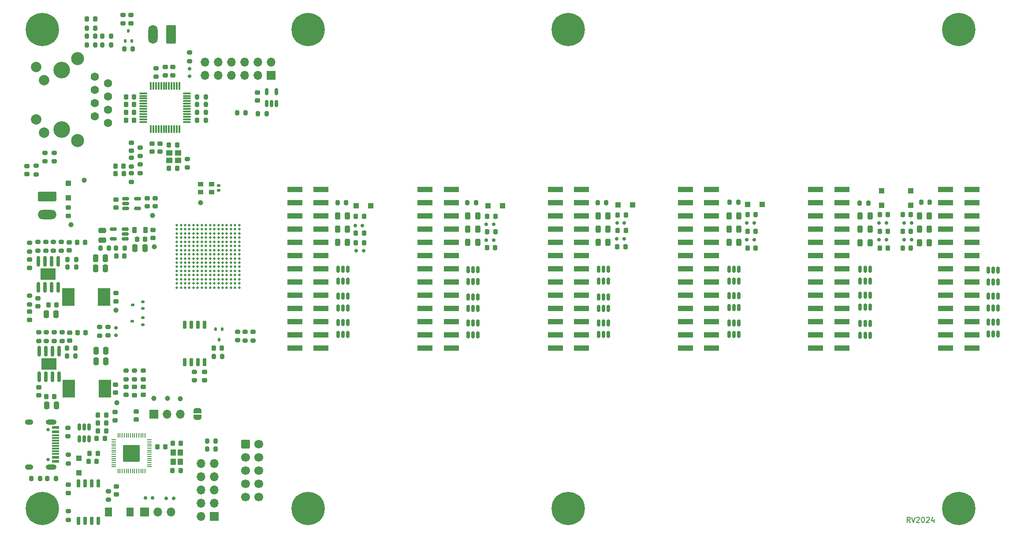
<source format=gts>
G04 #@! TF.GenerationSoftware,KiCad,Pcbnew,8.0.4*
G04 #@! TF.CreationDate,2024-08-31T21:54:03+03:00*
G04 #@! TF.ProjectId,rioctrl-controller,72696f63-7472-46c2-9d63-6f6e74726f6c,rev?*
G04 #@! TF.SameCoordinates,Original*
G04 #@! TF.FileFunction,Soldermask,Top*
G04 #@! TF.FilePolarity,Negative*
%FSLAX46Y46*%
G04 Gerber Fmt 4.6, Leading zero omitted, Abs format (unit mm)*
G04 Created by KiCad (PCBNEW 8.0.4) date 2024-08-31 21:54:03*
%MOMM*%
%LPD*%
G01*
G04 APERTURE LIST*
G04 Aperture macros list*
%AMRoundRect*
0 Rectangle with rounded corners*
0 $1 Rounding radius*
0 $2 $3 $4 $5 $6 $7 $8 $9 X,Y pos of 4 corners*
0 Add a 4 corners polygon primitive as box body*
4,1,4,$2,$3,$4,$5,$6,$7,$8,$9,$2,$3,0*
0 Add four circle primitives for the rounded corners*
1,1,$1+$1,$2,$3*
1,1,$1+$1,$4,$5*
1,1,$1+$1,$6,$7*
1,1,$1+$1,$8,$9*
0 Add four rect primitives between the rounded corners*
20,1,$1+$1,$2,$3,$4,$5,0*
20,1,$1+$1,$4,$5,$6,$7,0*
20,1,$1+$1,$6,$7,$8,$9,0*
20,1,$1+$1,$8,$9,$2,$3,0*%
%AMFreePoly0*
4,1,19,0.500000,-0.750000,0.000000,-0.750000,0.000000,-0.744911,-0.071157,-0.744911,-0.207708,-0.704816,-0.327430,-0.627875,-0.420627,-0.520320,-0.479746,-0.390866,-0.500000,-0.250000,-0.500000,0.250000,-0.479746,0.390866,-0.420627,0.520320,-0.327430,0.627875,-0.207708,0.704816,-0.071157,0.744911,0.000000,0.744911,0.000000,0.750000,0.500000,0.750000,0.500000,-0.750000,0.500000,-0.750000,
$1*%
%AMFreePoly1*
4,1,19,0.000000,0.744911,0.071157,0.744911,0.207708,0.704816,0.327430,0.627875,0.420627,0.520320,0.479746,0.390866,0.500000,0.250000,0.500000,-0.250000,0.479746,-0.390866,0.420627,-0.520320,0.327430,-0.627875,0.207708,-0.704816,0.071157,-0.744911,0.000000,-0.744911,0.000000,-0.750000,-0.500000,-0.750000,-0.500000,0.750000,0.000000,0.750000,0.000000,0.744911,0.000000,0.744911,
$1*%
G04 Aperture macros list end*
%ADD10C,0.200000*%
%ADD11RoundRect,0.225000X0.225000X0.250000X-0.225000X0.250000X-0.225000X-0.250000X0.225000X-0.250000X0*%
%ADD12RoundRect,0.200000X0.200000X0.275000X-0.200000X0.275000X-0.200000X-0.275000X0.200000X-0.275000X0*%
%ADD13RoundRect,0.200000X-0.200000X-0.275000X0.200000X-0.275000X0.200000X0.275000X-0.200000X0.275000X0*%
%ADD14RoundRect,0.218750X0.218750X0.256250X-0.218750X0.256250X-0.218750X-0.256250X0.218750X-0.256250X0*%
%ADD15RoundRect,0.150000X-0.150000X-0.200000X0.150000X-0.200000X0.150000X0.200000X-0.150000X0.200000X0*%
%ADD16RoundRect,0.250000X0.300000X-0.300000X0.300000X0.300000X-0.300000X0.300000X-0.300000X-0.300000X0*%
%ADD17RoundRect,0.250000X0.250000X0.475000X-0.250000X0.475000X-0.250000X-0.475000X0.250000X-0.475000X0*%
%ADD18R,3.000000X1.000000*%
%ADD19RoundRect,0.243750X0.243750X0.456250X-0.243750X0.456250X-0.243750X-0.456250X0.243750X-0.456250X0*%
%ADD20RoundRect,0.050000X0.050000X-0.387500X0.050000X0.387500X-0.050000X0.387500X-0.050000X-0.387500X0*%
%ADD21RoundRect,0.050000X0.387500X-0.050000X0.387500X0.050000X-0.387500X0.050000X-0.387500X-0.050000X0*%
%ADD22RoundRect,0.144000X1.456000X-1.456000X1.456000X1.456000X-1.456000X1.456000X-1.456000X-1.456000X0*%
%ADD23C,1.000000*%
%ADD24RoundRect,0.150000X-0.150000X0.512500X-0.150000X-0.512500X0.150000X-0.512500X0.150000X0.512500X0*%
%ADD25RoundRect,0.150000X0.150000X-0.512500X0.150000X0.512500X-0.150000X0.512500X-0.150000X-0.512500X0*%
%ADD26RoundRect,0.200000X0.275000X-0.200000X0.275000X0.200000X-0.275000X0.200000X-0.275000X-0.200000X0*%
%ADD27RoundRect,0.200000X-0.275000X0.200000X-0.275000X-0.200000X0.275000X-0.200000X0.275000X0.200000X0*%
%ADD28RoundRect,0.225000X-0.225000X-0.250000X0.225000X-0.250000X0.225000X0.250000X-0.225000X0.250000X0*%
%ADD29RoundRect,0.243750X-0.243750X-0.456250X0.243750X-0.456250X0.243750X0.456250X-0.243750X0.456250X0*%
%ADD30RoundRect,0.218750X-0.218750X-0.256250X0.218750X-0.256250X0.218750X0.256250X-0.218750X0.256250X0*%
%ADD31RoundRect,0.225000X-0.250000X0.225000X-0.250000X-0.225000X0.250000X-0.225000X0.250000X0.225000X0*%
%ADD32RoundRect,0.150000X0.200000X-0.150000X0.200000X0.150000X-0.200000X0.150000X-0.200000X-0.150000X0*%
%ADD33RoundRect,0.250000X-0.300000X-0.300000X0.300000X-0.300000X0.300000X0.300000X-0.300000X0.300000X0*%
%ADD34RoundRect,0.225000X0.250000X-0.225000X0.250000X0.225000X-0.250000X0.225000X-0.250000X-0.225000X0*%
%ADD35RoundRect,0.150000X-0.200000X0.150000X-0.200000X-0.150000X0.200000X-0.150000X0.200000X0.150000X0*%
%ADD36RoundRect,0.218750X-0.256250X0.218750X-0.256250X-0.218750X0.256250X-0.218750X0.256250X0.218750X0*%
%ADD37RoundRect,0.150000X0.150000X-0.825000X0.150000X0.825000X-0.150000X0.825000X-0.150000X-0.825000X0*%
%ADD38R,3.000000X2.290000*%
%ADD39R,1.350000X1.800000*%
%ADD40C,0.800000*%
%ADD41C,6.400000*%
%ADD42RoundRect,0.218750X0.256250X-0.218750X0.256250X0.218750X-0.256250X0.218750X-0.256250X-0.218750X0*%
%ADD43R,1.700000X1.700000*%
%ADD44O,1.700000X1.700000*%
%ADD45RoundRect,0.150000X0.150000X0.200000X-0.150000X0.200000X-0.150000X-0.200000X0.150000X-0.200000X0*%
%ADD46RoundRect,0.075000X-0.075000X0.662500X-0.075000X-0.662500X0.075000X-0.662500X0.075000X0.662500X0*%
%ADD47RoundRect,0.075000X-0.662500X0.075000X-0.662500X-0.075000X0.662500X-0.075000X0.662500X0.075000X0*%
%ADD48RoundRect,0.150000X0.512500X0.150000X-0.512500X0.150000X-0.512500X-0.150000X0.512500X-0.150000X0*%
%ADD49RoundRect,0.250000X-0.600000X-0.600000X0.600000X-0.600000X0.600000X0.600000X-0.600000X0.600000X0*%
%ADD50C,1.700000*%
%ADD51C,0.650000*%
%ADD52R,1.450000X0.600000*%
%ADD53R,1.450000X0.300000*%
%ADD54O,2.100000X1.000000*%
%ADD55O,1.600000X1.000000*%
%ADD56RoundRect,0.250000X-0.250000X-0.475000X0.250000X-0.475000X0.250000X0.475000X-0.250000X0.475000X0*%
%ADD57RoundRect,0.140000X0.170000X-0.140000X0.170000X0.140000X-0.170000X0.140000X-0.170000X-0.140000X0*%
%ADD58RoundRect,0.218750X-0.218750X-0.381250X0.218750X-0.381250X0.218750X0.381250X-0.218750X0.381250X0*%
%ADD59C,3.200000*%
%ADD60C,1.600000*%
%ADD61C,2.500000*%
%ADD62C,2.000000*%
%ADD63RoundRect,0.112500X0.112500X0.237500X-0.112500X0.237500X-0.112500X-0.237500X0.112500X-0.237500X0*%
%ADD64RoundRect,0.250000X-0.475000X0.250000X-0.475000X-0.250000X0.475000X-0.250000X0.475000X0.250000X0*%
%ADD65R,2.400000X3.500000*%
%ADD66RoundRect,0.150000X-0.512500X-0.150000X0.512500X-0.150000X0.512500X0.150000X-0.512500X0.150000X0*%
%ADD67RoundRect,0.150000X0.150000X-0.650000X0.150000X0.650000X-0.150000X0.650000X-0.150000X-0.650000X0*%
%ADD68RoundRect,0.112500X0.237500X-0.112500X0.237500X0.112500X-0.237500X0.112500X-0.237500X-0.112500X0*%
%ADD69R,1.000000X0.900000*%
%ADD70RoundRect,0.150000X-0.150000X0.650000X-0.150000X-0.650000X0.150000X-0.650000X0.150000X0.650000X0*%
%ADD71R,1.150000X1.000000*%
%ADD72RoundRect,0.250000X0.650000X1.550000X-0.650000X1.550000X-0.650000X-1.550000X0.650000X-1.550000X0*%
%ADD73O,1.800000X3.600000*%
%ADD74FreePoly0,270.000000*%
%ADD75FreePoly1,270.000000*%
%ADD76C,0.470000*%
%ADD77RoundRect,0.112500X-0.112500X-0.237500X0.112500X-0.237500X0.112500X0.237500X-0.112500X0.237500X0*%
%ADD78RoundRect,0.250000X-1.550000X0.650000X-1.550000X-0.650000X1.550000X-0.650000X1.550000X0.650000X0*%
%ADD79O,3.600000X1.800000*%
%ADD80R,1.000000X1.150000*%
G04 APERTURE END LIST*
D10*
X228641101Y-137717219D02*
X228307768Y-137241028D01*
X228069673Y-137717219D02*
X228069673Y-136717219D01*
X228069673Y-136717219D02*
X228450625Y-136717219D01*
X228450625Y-136717219D02*
X228545863Y-136764838D01*
X228545863Y-136764838D02*
X228593482Y-136812457D01*
X228593482Y-136812457D02*
X228641101Y-136907695D01*
X228641101Y-136907695D02*
X228641101Y-137050552D01*
X228641101Y-137050552D02*
X228593482Y-137145790D01*
X228593482Y-137145790D02*
X228545863Y-137193409D01*
X228545863Y-137193409D02*
X228450625Y-137241028D01*
X228450625Y-137241028D02*
X228069673Y-137241028D01*
X228926816Y-136717219D02*
X229260149Y-137717219D01*
X229260149Y-137717219D02*
X229593482Y-136717219D01*
X229879197Y-136812457D02*
X229926816Y-136764838D01*
X229926816Y-136764838D02*
X230022054Y-136717219D01*
X230022054Y-136717219D02*
X230260149Y-136717219D01*
X230260149Y-136717219D02*
X230355387Y-136764838D01*
X230355387Y-136764838D02*
X230403006Y-136812457D01*
X230403006Y-136812457D02*
X230450625Y-136907695D01*
X230450625Y-136907695D02*
X230450625Y-137002933D01*
X230450625Y-137002933D02*
X230403006Y-137145790D01*
X230403006Y-137145790D02*
X229831578Y-137717219D01*
X229831578Y-137717219D02*
X230450625Y-137717219D01*
X231069673Y-136717219D02*
X231164911Y-136717219D01*
X231164911Y-136717219D02*
X231260149Y-136764838D01*
X231260149Y-136764838D02*
X231307768Y-136812457D01*
X231307768Y-136812457D02*
X231355387Y-136907695D01*
X231355387Y-136907695D02*
X231403006Y-137098171D01*
X231403006Y-137098171D02*
X231403006Y-137336266D01*
X231403006Y-137336266D02*
X231355387Y-137526742D01*
X231355387Y-137526742D02*
X231307768Y-137621980D01*
X231307768Y-137621980D02*
X231260149Y-137669600D01*
X231260149Y-137669600D02*
X231164911Y-137717219D01*
X231164911Y-137717219D02*
X231069673Y-137717219D01*
X231069673Y-137717219D02*
X230974435Y-137669600D01*
X230974435Y-137669600D02*
X230926816Y-137621980D01*
X230926816Y-137621980D02*
X230879197Y-137526742D01*
X230879197Y-137526742D02*
X230831578Y-137336266D01*
X230831578Y-137336266D02*
X230831578Y-137098171D01*
X230831578Y-137098171D02*
X230879197Y-136907695D01*
X230879197Y-136907695D02*
X230926816Y-136812457D01*
X230926816Y-136812457D02*
X230974435Y-136764838D01*
X230974435Y-136764838D02*
X231069673Y-136717219D01*
X231783959Y-136812457D02*
X231831578Y-136764838D01*
X231831578Y-136764838D02*
X231926816Y-136717219D01*
X231926816Y-136717219D02*
X232164911Y-136717219D01*
X232164911Y-136717219D02*
X232260149Y-136764838D01*
X232260149Y-136764838D02*
X232307768Y-136812457D01*
X232307768Y-136812457D02*
X232355387Y-136907695D01*
X232355387Y-136907695D02*
X232355387Y-137002933D01*
X232355387Y-137002933D02*
X232307768Y-137145790D01*
X232307768Y-137145790D02*
X231736340Y-137717219D01*
X231736340Y-137717219D02*
X232355387Y-137717219D01*
X233212530Y-137050552D02*
X233212530Y-137717219D01*
X232974435Y-136669600D02*
X232736340Y-137383885D01*
X232736340Y-137383885D02*
X233355387Y-137383885D01*
D11*
G04 #@! TO.C,C41*
X79576295Y-58935000D03*
X78026295Y-58935000D03*
G04 #@! TD*
G04 #@! TO.C,C25*
X72425000Y-125950000D03*
X70875000Y-125950000D03*
G04 #@! TD*
D12*
G04 #@! TO.C,R22*
X61525000Y-129300000D03*
X59875000Y-129300000D03*
G04 #@! TD*
D13*
G04 #@! TO.C,R41*
X70505000Y-42750000D03*
X72155000Y-42750000D03*
G04 #@! TD*
D14*
G04 #@! TO.C,D11*
X96437500Y-104200000D03*
X94862500Y-104200000D03*
G04 #@! TD*
D13*
G04 #@! TO.C,R23*
X62925000Y-129300000D03*
X64575000Y-129300000D03*
G04 #@! TD*
D15*
G04 #@! TO.C,D6*
X83150000Y-133050000D03*
X81750000Y-133050000D03*
G04 #@! TD*
D16*
G04 #@! TO.C,D27*
X223200000Y-76800000D03*
X223200000Y-74000000D03*
G04 #@! TD*
D17*
G04 #@! TO.C,C11*
X81662500Y-85037500D03*
X79762500Y-85037500D03*
G04 #@! TD*
D18*
G04 #@! TO.C,J14*
X210480000Y-104240000D03*
X215520000Y-104240000D03*
X210480000Y-101700000D03*
X215520000Y-101700000D03*
X210480000Y-99160000D03*
X215520000Y-99160000D03*
X210480000Y-96620000D03*
X215520000Y-96620000D03*
X210480000Y-94080000D03*
X215520000Y-94080000D03*
X210480000Y-91540000D03*
X215520000Y-91540000D03*
X210480000Y-89000000D03*
X215520000Y-89000000D03*
X210480000Y-86460000D03*
X215520000Y-86460000D03*
X210480000Y-83920000D03*
X215520000Y-83920000D03*
X210480000Y-81380000D03*
X215520000Y-81380000D03*
X210480000Y-78840000D03*
X215520000Y-78840000D03*
X210480000Y-76300000D03*
X215520000Y-76300000D03*
X210480000Y-73760000D03*
X215520000Y-73760000D03*
G04 #@! TD*
D19*
G04 #@! TO.C,F4*
X145587500Y-83900000D03*
X143712500Y-83900000D03*
G04 #@! TD*
D20*
G04 #@! TO.C,U7*
X76500000Y-127875000D03*
X76900000Y-127875000D03*
X77300000Y-127875000D03*
X77700000Y-127875000D03*
X78100000Y-127875000D03*
X78500000Y-127875000D03*
X78900000Y-127875000D03*
X79300000Y-127875000D03*
X79700000Y-127875000D03*
X80100000Y-127875000D03*
X80500000Y-127875000D03*
X80900000Y-127875000D03*
X81300000Y-127875000D03*
X81700000Y-127875000D03*
D21*
X82537500Y-127037500D03*
X82537500Y-126637500D03*
X82537500Y-126237500D03*
X82537500Y-125837500D03*
X82537500Y-125437500D03*
X82537500Y-125037500D03*
X82537500Y-124637500D03*
X82537500Y-124237500D03*
X82537500Y-123837500D03*
X82537500Y-123437500D03*
X82537500Y-123037500D03*
X82537500Y-122637500D03*
X82537500Y-122237500D03*
X82537500Y-121837500D03*
D20*
X81700000Y-121000000D03*
X81300000Y-121000000D03*
X80900000Y-121000000D03*
X80500000Y-121000000D03*
X80100000Y-121000000D03*
X79700000Y-121000000D03*
X79300000Y-121000000D03*
X78900000Y-121000000D03*
X78500000Y-121000000D03*
X78100000Y-121000000D03*
X77700000Y-121000000D03*
X77300000Y-121000000D03*
X76900000Y-121000000D03*
X76500000Y-121000000D03*
D21*
X75662500Y-121837500D03*
X75662500Y-122237500D03*
X75662500Y-122637500D03*
X75662500Y-123037500D03*
X75662500Y-123437500D03*
X75662500Y-123837500D03*
X75662500Y-124237500D03*
X75662500Y-124637500D03*
X75662500Y-125037500D03*
X75662500Y-125437500D03*
X75662500Y-125837500D03*
X75662500Y-126237500D03*
X75662500Y-126637500D03*
X75662500Y-127037500D03*
D22*
X79100000Y-124437500D03*
G04 #@! TD*
D23*
G04 #@! TO.C,TP8*
X83400000Y-113850000D03*
G04 #@! TD*
D24*
G04 #@! TO.C,U6*
X70950000Y-119412500D03*
X70000000Y-119412500D03*
X69050000Y-119412500D03*
X69050000Y-121687500D03*
X70000000Y-121687500D03*
X70950000Y-121687500D03*
G04 #@! TD*
D12*
G04 #@! TO.C,R61*
X220625000Y-76400000D03*
X218975000Y-76400000D03*
G04 #@! TD*
D25*
G04 #@! TO.C,U27*
X118750000Y-101587500D03*
X119700000Y-101587500D03*
X120650000Y-101587500D03*
X120650000Y-99312500D03*
X119700000Y-99312500D03*
X118750000Y-99312500D03*
G04 #@! TD*
G04 #@! TO.C,U21*
X193850000Y-101637500D03*
X194800000Y-101637500D03*
X195750000Y-101637500D03*
X195750000Y-99362500D03*
X194800000Y-99362500D03*
X193850000Y-99362500D03*
G04 #@! TD*
D18*
G04 #@! TO.C,J11*
X135480000Y-104240000D03*
X140520000Y-104240000D03*
X135480000Y-101700000D03*
X140520000Y-101700000D03*
X135480000Y-99160000D03*
X140520000Y-99160000D03*
X135480000Y-96620000D03*
X140520000Y-96620000D03*
X135480000Y-94080000D03*
X140520000Y-94080000D03*
X135480000Y-91540000D03*
X140520000Y-91540000D03*
X135480000Y-89000000D03*
X140520000Y-89000000D03*
X135480000Y-86460000D03*
X140520000Y-86460000D03*
X135480000Y-83920000D03*
X140520000Y-83920000D03*
X135480000Y-81380000D03*
X140520000Y-81380000D03*
X135480000Y-78840000D03*
X140520000Y-78840000D03*
X135480000Y-76300000D03*
X140520000Y-76300000D03*
X135480000Y-73760000D03*
X140520000Y-73760000D03*
G04 #@! TD*
D19*
G04 #@! TO.C,F13*
X220937500Y-84000000D03*
X219062500Y-84000000D03*
G04 #@! TD*
D26*
G04 #@! TO.C,R46*
X99450000Y-102725000D03*
X99450000Y-101075000D03*
G04 #@! TD*
D27*
G04 #@! TO.C,R42*
X79051295Y-67650000D03*
X79051295Y-69300000D03*
G04 #@! TD*
D19*
G04 #@! TO.C,F14*
X220937500Y-78800000D03*
X219062500Y-78800000D03*
G04 #@! TD*
D26*
G04 #@! TO.C,R3*
X61250000Y-102825000D03*
X61250000Y-101175000D03*
G04 #@! TD*
D28*
G04 #@! TO.C,C23*
X87000000Y-122525000D03*
X88550000Y-122525000D03*
G04 #@! TD*
D23*
G04 #@! TO.C,TP5*
X67500000Y-80500000D03*
G04 #@! TD*
D29*
G04 #@! TO.C,F9*
X168712500Y-81400000D03*
X170587500Y-81400000D03*
G04 #@! TD*
D25*
G04 #@! TO.C,U26*
X219050000Y-91337500D03*
X220000000Y-91337500D03*
X220950000Y-91337500D03*
X220950000Y-89062500D03*
X220000000Y-89062500D03*
X219050000Y-89062500D03*
G04 #@! TD*
D12*
G04 #@! TO.C,R10*
X77787500Y-85037500D03*
X76137500Y-85037500D03*
G04 #@! TD*
D25*
G04 #@! TO.C,U28*
X243650000Y-96537500D03*
X244600000Y-96537500D03*
X245550000Y-96537500D03*
X245550000Y-94262500D03*
X244600000Y-94262500D03*
X243650000Y-94262500D03*
G04 #@! TD*
D12*
G04 #@! TO.C,R14*
X68325000Y-105750000D03*
X66675000Y-105750000D03*
G04 #@! TD*
D26*
G04 #@! TO.C,R27*
X74550000Y-101775000D03*
X74550000Y-100125000D03*
G04 #@! TD*
D14*
G04 #@! TO.C,FB17*
X198987500Y-85000000D03*
X197412500Y-85000000D03*
G04 #@! TD*
D30*
G04 #@! TO.C,FB6*
X72662500Y-117100000D03*
X74237500Y-117100000D03*
G04 #@! TD*
D31*
G04 #@! TO.C,C36*
X83051295Y-64910000D03*
X83051295Y-66460000D03*
G04 #@! TD*
D30*
G04 #@! TO.C,FB24*
X227212500Y-78600000D03*
X228787500Y-78600000D03*
G04 #@! TD*
D18*
G04 #@! TO.C,J12*
X160480000Y-104240000D03*
X165520000Y-104240000D03*
X160480000Y-101700000D03*
X165520000Y-101700000D03*
X160480000Y-99160000D03*
X165520000Y-99160000D03*
X160480000Y-96620000D03*
X165520000Y-96620000D03*
X160480000Y-94080000D03*
X165520000Y-94080000D03*
X160480000Y-91540000D03*
X165520000Y-91540000D03*
X160480000Y-89000000D03*
X165520000Y-89000000D03*
X160480000Y-86460000D03*
X165520000Y-86460000D03*
X160480000Y-83920000D03*
X165520000Y-83920000D03*
X160480000Y-81380000D03*
X165520000Y-81380000D03*
X160480000Y-78840000D03*
X165520000Y-78840000D03*
X160480000Y-76300000D03*
X165520000Y-76300000D03*
X160480000Y-73760000D03*
X165520000Y-73760000D03*
G04 #@! TD*
D32*
G04 #@! TO.C,D8*
X76100000Y-100350000D03*
X76100000Y-101750000D03*
G04 #@! TD*
D26*
G04 #@! TO.C,R18*
X79700000Y-110225000D03*
X79700000Y-108575000D03*
G04 #@! TD*
D33*
G04 #@! TO.C,D13*
X122250000Y-76900000D03*
X125050000Y-76900000D03*
G04 #@! TD*
D34*
G04 #@! TO.C,C29*
X75950000Y-118075000D03*
X75950000Y-116525000D03*
G04 #@! TD*
D15*
G04 #@! TO.C,D7*
X87200000Y-133100000D03*
X85800000Y-133100000D03*
G04 #@! TD*
D23*
G04 #@! TO.C,TP2*
X76250000Y-114750000D03*
G04 #@! TD*
D12*
G04 #@! TO.C,R58*
X145275000Y-76300000D03*
X143625000Y-76300000D03*
G04 #@! TD*
D25*
G04 #@! TO.C,U15*
X143737500Y-101687500D03*
X144687500Y-101687500D03*
X145637500Y-101687500D03*
X145637500Y-99412500D03*
X144687500Y-99412500D03*
X143737500Y-99412500D03*
G04 #@! TD*
D35*
G04 #@! TO.C,D16*
X90250000Y-51950000D03*
X90250000Y-50550000D03*
G04 #@! TD*
D15*
G04 #@! TO.C,D32*
X228900000Y-80200000D03*
X227500000Y-80200000D03*
G04 #@! TD*
D16*
G04 #@! TO.C,D9*
X69000000Y-128150000D03*
X69000000Y-125350000D03*
G04 #@! TD*
D25*
G04 #@! TO.C,U12*
X118750000Y-96487500D03*
X119700000Y-96487500D03*
X120650000Y-96487500D03*
X120650000Y-94212500D03*
X119700000Y-94212500D03*
X118750000Y-94212500D03*
G04 #@! TD*
D13*
G04 #@! TO.C,R40*
X70505000Y-44250000D03*
X72155000Y-44250000D03*
G04 #@! TD*
D15*
G04 #@! TO.C,D19*
X148650000Y-83450000D03*
X147250000Y-83450000D03*
G04 #@! TD*
D12*
G04 #@! TO.C,R59*
X170275000Y-76300000D03*
X168625000Y-76300000D03*
G04 #@! TD*
D27*
G04 #@! TO.C,R4*
X62620000Y-83850000D03*
X62620000Y-85500000D03*
G04 #@! TD*
D34*
G04 #@! TO.C,C42*
X103250000Y-56675000D03*
X103250000Y-55125000D03*
G04 #@! TD*
G04 #@! TO.C,C32*
X80000000Y-117975000D03*
X80000000Y-116425000D03*
G04 #@! TD*
D16*
G04 #@! TO.C,D30*
X228800000Y-76800000D03*
X228800000Y-74000000D03*
G04 #@! TD*
D12*
G04 #@! TO.C,R32*
X93376295Y-60435000D03*
X91726295Y-60435000D03*
G04 #@! TD*
D36*
G04 #@! TO.C,D3*
X79700000Y-111672500D03*
X79700000Y-113247500D03*
G04 #@! TD*
D37*
G04 #@! TO.C,U2*
X61190000Y-92500000D03*
X62460000Y-92500000D03*
X63730000Y-92500000D03*
X65000000Y-92500000D03*
X65000000Y-87550000D03*
X63730000Y-87550000D03*
X62460000Y-87550000D03*
X61190000Y-87550000D03*
D38*
X63095000Y-90025000D03*
G04 #@! TD*
D28*
G04 #@! TO.C,C4*
X63120000Y-95925000D03*
X64670000Y-95925000D03*
G04 #@! TD*
D17*
G04 #@! TO.C,C15*
X74095000Y-88925000D03*
X72195000Y-88925000D03*
G04 #@! TD*
D29*
G04 #@! TO.C,F15*
X219062500Y-81400000D03*
X220937500Y-81400000D03*
G04 #@! TD*
D19*
G04 #@! TO.C,F1*
X120537500Y-83900000D03*
X118662500Y-83900000D03*
G04 #@! TD*
D25*
G04 #@! TO.C,U17*
X143750000Y-91437500D03*
X144700000Y-91437500D03*
X145650000Y-91437500D03*
X145650000Y-89162500D03*
X144700000Y-89162500D03*
X143750000Y-89162500D03*
G04 #@! TD*
G04 #@! TO.C,U11*
X243650000Y-101537500D03*
X244600000Y-101537500D03*
X245550000Y-101537500D03*
X245550000Y-99262500D03*
X244600000Y-99262500D03*
X243650000Y-99262500D03*
G04 #@! TD*
D39*
G04 #@! TO.C,SW1*
X78850000Y-135750000D03*
X74700000Y-135750000D03*
G04 #@! TD*
D29*
G04 #@! TO.C,F6*
X143712500Y-81400000D03*
X145587500Y-81400000D03*
G04 #@! TD*
D11*
G04 #@! TO.C,C33*
X87851295Y-69685000D03*
X86301295Y-69685000D03*
G04 #@! TD*
D31*
G04 #@! TO.C,C31*
X76200000Y-130775000D03*
X76200000Y-132325000D03*
G04 #@! TD*
D27*
G04 #@! TO.C,R6*
X62750000Y-101175000D03*
X62750000Y-102825000D03*
G04 #@! TD*
D26*
G04 #@! TO.C,R5*
X64120000Y-85500000D03*
X64120000Y-83850000D03*
G04 #@! TD*
D27*
G04 #@! TO.C,R52*
X59500000Y-94175000D03*
X59500000Y-95825000D03*
G04 #@! TD*
D12*
G04 #@! TO.C,R51*
X96525000Y-105800000D03*
X94875000Y-105800000D03*
G04 #@! TD*
D26*
G04 #@! TO.C,R28*
X81330000Y-110227500D03*
X81330000Y-108577500D03*
G04 #@! TD*
D36*
G04 #@! TO.C,FB3*
X76000000Y-111212500D03*
X76000000Y-112787500D03*
G04 #@! TD*
D33*
G04 #@! TO.C,D24*
X197400000Y-76600000D03*
X200200000Y-76600000D03*
G04 #@! TD*
D12*
G04 #@! TO.C,R36*
X75150000Y-46000000D03*
X73500000Y-46000000D03*
G04 #@! TD*
D11*
G04 #@! TO.C,C10*
X77737500Y-86537500D03*
X76187500Y-86537500D03*
G04 #@! TD*
G04 #@! TO.C,C28*
X74225000Y-120100000D03*
X72675000Y-120100000D03*
G04 #@! TD*
D12*
G04 #@! TO.C,R60*
X195625000Y-76200000D03*
X193975000Y-76200000D03*
G04 #@! TD*
D40*
G04 #@! TO.C,H7*
X163000000Y-137400000D03*
X161302944Y-136697056D03*
X164697056Y-136697056D03*
X160600000Y-135000000D03*
D41*
X163000000Y-135000000D03*
D40*
X165400000Y-135000000D03*
X161302944Y-133302944D03*
X164697056Y-133302944D03*
X163000000Y-132600000D03*
G04 #@! TD*
D42*
G04 #@! TO.C,D17*
X79000000Y-41787500D03*
X79000000Y-40212500D03*
G04 #@! TD*
D31*
G04 #@! TO.C,C21*
X66950000Y-130500000D03*
X66950000Y-132050000D03*
G04 #@! TD*
D36*
G04 #@! TO.C,FB5*
X83212500Y-81500000D03*
X83212500Y-83075000D03*
G04 #@! TD*
D27*
G04 #@! TO.C,R16*
X74700000Y-131700000D03*
X74700000Y-133350000D03*
G04 #@! TD*
D43*
G04 #@! TO.C,J2*
X83425000Y-116900000D03*
D44*
X85965000Y-116900000D03*
X88505000Y-116900000D03*
G04 #@! TD*
D45*
G04 #@! TO.C,D26*
X197300000Y-80200000D03*
X198700000Y-80200000D03*
G04 #@! TD*
D43*
G04 #@! TO.C,J4*
X95025000Y-136575000D03*
D44*
X92485000Y-136575000D03*
X95025000Y-134035000D03*
X92485000Y-134035000D03*
X95025000Y-131495000D03*
X92485000Y-131495000D03*
X95025000Y-128955000D03*
X92485000Y-128955000D03*
X95025000Y-126415000D03*
X92485000Y-126415000D03*
G04 #@! TD*
D46*
G04 #@! TO.C,U8*
X88301295Y-53837500D03*
X87801295Y-53837500D03*
X87301295Y-53837500D03*
X86801295Y-53837500D03*
X86301295Y-53837500D03*
X85801295Y-53837500D03*
X85301295Y-53837500D03*
X84801295Y-53837500D03*
X84301295Y-53837500D03*
X83801295Y-53837500D03*
X83301295Y-53837500D03*
X82801295Y-53837500D03*
D47*
X81388795Y-55250000D03*
X81388795Y-55750000D03*
X81388795Y-56250000D03*
X81388795Y-56750000D03*
X81388795Y-57250000D03*
X81388795Y-57750000D03*
X81388795Y-58250000D03*
X81388795Y-58750000D03*
X81388795Y-59250000D03*
X81388795Y-59750000D03*
X81388795Y-60250000D03*
X81388795Y-60750000D03*
D46*
X82801295Y-62162500D03*
X83301295Y-62162500D03*
X83801295Y-62162500D03*
X84301295Y-62162500D03*
X84801295Y-62162500D03*
X85301295Y-62162500D03*
X85801295Y-62162500D03*
X86301295Y-62162500D03*
X86801295Y-62162500D03*
X87301295Y-62162500D03*
X87801295Y-62162500D03*
X88301295Y-62162500D03*
D47*
X89713795Y-60750000D03*
X89713795Y-60250000D03*
X89713795Y-59750000D03*
X89713795Y-59250000D03*
X89713795Y-58750000D03*
X89713795Y-58250000D03*
X89713795Y-57750000D03*
X89713795Y-57250000D03*
X89713795Y-56750000D03*
X89713795Y-56250000D03*
X89713795Y-55750000D03*
X89713795Y-55250000D03*
G04 #@! TD*
D31*
G04 #@! TO.C,C55*
X93100000Y-108825000D03*
X93100000Y-110375000D03*
G04 #@! TD*
D12*
G04 #@! TO.C,R30*
X93376295Y-57435000D03*
X91726295Y-57435000D03*
G04 #@! TD*
D25*
G04 #@! TO.C,U13*
X118750000Y-91337500D03*
X119700000Y-91337500D03*
X120650000Y-91337500D03*
X120650000Y-89062500D03*
X119700000Y-89062500D03*
X118750000Y-89062500D03*
G04 #@! TD*
D11*
G04 #@! TO.C,C40*
X79576295Y-55935000D03*
X78026295Y-55935000D03*
G04 #@! TD*
D13*
G04 #@! TO.C,R62*
X230775000Y-76200000D03*
X232425000Y-76200000D03*
G04 #@! TD*
D14*
G04 #@! TO.C,FB20*
X224387500Y-85000000D03*
X222812500Y-85000000D03*
G04 #@! TD*
D36*
G04 #@! TO.C,D2*
X59000000Y-69212500D03*
X59000000Y-70787500D03*
G04 #@! TD*
D19*
G04 #@! TO.C,F11*
X195737500Y-78800000D03*
X193862500Y-78800000D03*
G04 #@! TD*
D25*
G04 #@! TO.C,U25*
X219050000Y-96337500D03*
X220000000Y-96337500D03*
X220950000Y-96337500D03*
X220950000Y-94062500D03*
X220000000Y-94062500D03*
X219050000Y-94062500D03*
G04 #@! TD*
D27*
G04 #@! TO.C,R50*
X59500000Y-84000000D03*
X59500000Y-85650000D03*
G04 #@! TD*
D26*
G04 #@! TO.C,R17*
X67000000Y-137225000D03*
X67000000Y-135575000D03*
G04 #@! TD*
D14*
G04 #@! TO.C,FB15*
X174037500Y-78650000D03*
X172462500Y-78650000D03*
G04 #@! TD*
D33*
G04 #@! TO.C,D21*
X172550000Y-76700000D03*
X175350000Y-76700000D03*
G04 #@! TD*
D12*
G04 #@! TO.C,R29*
X93376295Y-55935000D03*
X91726295Y-55935000D03*
G04 #@! TD*
D48*
G04 #@! TO.C,U1*
X77850000Y-83237500D03*
X77850000Y-82287500D03*
X77850000Y-81337500D03*
X75575000Y-81337500D03*
X75575000Y-83237500D03*
G04 #@! TD*
D19*
G04 #@! TO.C,F5*
X145587500Y-78850000D03*
X143712500Y-78850000D03*
G04 #@! TD*
D17*
G04 #@! TO.C,C17*
X74095000Y-86925000D03*
X72195000Y-86925000D03*
G04 #@! TD*
D34*
G04 #@! TO.C,C20*
X82137500Y-76975000D03*
X82137500Y-75425000D03*
G04 #@! TD*
D12*
G04 #@! TO.C,R35*
X75150000Y-44250000D03*
X73500000Y-44250000D03*
G04 #@! TD*
D34*
G04 #@! TO.C,C46*
X79051295Y-66275000D03*
X79051295Y-64725000D03*
G04 #@! TD*
D49*
G04 #@! TO.C,J8*
X100997500Y-122670000D03*
D50*
X103537500Y-122670000D03*
X100997500Y-125210000D03*
X103537500Y-125210000D03*
X100997500Y-127750000D03*
X103537500Y-127750000D03*
X100997500Y-130290000D03*
X103537500Y-130290000D03*
X100997500Y-132830000D03*
X103537500Y-132830000D03*
G04 #@! TD*
D12*
G04 #@! TO.C,R53*
X120325000Y-76300000D03*
X118675000Y-76300000D03*
G04 #@! TD*
G04 #@! TO.C,R31*
X93376295Y-58935000D03*
X91726295Y-58935000D03*
G04 #@! TD*
D51*
G04 #@! TO.C,J3*
X63100000Y-119860000D03*
X63100000Y-125640000D03*
D52*
X64545000Y-119500000D03*
X64545000Y-120300000D03*
D53*
X64545000Y-121500000D03*
X64545000Y-122500000D03*
X64545000Y-123000000D03*
X64545000Y-124000000D03*
D52*
X64545000Y-125200000D03*
X64545000Y-126000000D03*
X64545000Y-126000000D03*
X64545000Y-125200000D03*
D53*
X64545000Y-124500000D03*
X64545000Y-123500000D03*
X64545000Y-122000000D03*
X64545000Y-121000000D03*
D52*
X64545000Y-120300000D03*
X64545000Y-119500000D03*
D54*
X63630000Y-118430000D03*
D55*
X59450000Y-118430000D03*
D54*
X63630000Y-127070000D03*
D55*
X59450000Y-127070000D03*
G04 #@! TD*
D27*
G04 #@! TO.C,R21*
X67000000Y-124725000D03*
X67000000Y-126375000D03*
G04 #@! TD*
D13*
G04 #@! TO.C,R39*
X70505000Y-46000000D03*
X72155000Y-46000000D03*
G04 #@! TD*
D56*
G04 #@! TO.C,C3*
X62800000Y-115250000D03*
X64700000Y-115250000D03*
G04 #@! TD*
D12*
G04 #@! TO.C,R49*
X95275000Y-123600000D03*
X93625000Y-123600000D03*
G04 #@! TD*
D57*
G04 #@! TO.C,C54*
X95800000Y-73930000D03*
X95800000Y-72970000D03*
G04 #@! TD*
D14*
G04 #@! TO.C,FB9*
X123737500Y-78900000D03*
X122162500Y-78900000D03*
G04 #@! TD*
D58*
G04 #@! TO.C,L1*
X79650000Y-81537500D03*
X81775000Y-81537500D03*
G04 #@! TD*
D34*
G04 #@! TO.C,C6*
X67120000Y-85450000D03*
X67120000Y-83900000D03*
G04 #@! TD*
D40*
G04 #@! TO.C,H3*
X62000000Y-45400000D03*
X60302944Y-44697056D03*
X63697056Y-44697056D03*
X59600000Y-43000000D03*
D41*
X62000000Y-43000000D03*
D40*
X64400000Y-43000000D03*
X60302944Y-41302944D03*
X63697056Y-41302944D03*
X62000000Y-40600000D03*
G04 #@! TD*
D29*
G04 #@! TO.C,F3*
X118662500Y-81400000D03*
X120537500Y-81400000D03*
G04 #@! TD*
D27*
G04 #@! TO.C,R37*
X80801295Y-68925000D03*
X80801295Y-70575000D03*
G04 #@! TD*
D36*
G04 #@! TO.C,FB4*
X83637500Y-75412500D03*
X83637500Y-76987500D03*
G04 #@! TD*
D27*
G04 #@! TO.C,R44*
X102450000Y-101100000D03*
X102450000Y-102750000D03*
G04 #@! TD*
D59*
G04 #@! TO.C,J6*
X65696000Y-62215000D03*
X65696000Y-50785000D03*
D60*
X72046000Y-52055000D03*
X74586000Y-53325000D03*
X72046000Y-54595000D03*
X74586000Y-55865000D03*
X72046000Y-57135000D03*
X74586000Y-58405000D03*
X72046000Y-59675000D03*
D61*
X68744000Y-64374000D03*
D60*
X74586000Y-60945000D03*
D61*
X68744000Y-48626000D03*
D62*
X60793799Y-50175400D03*
X62317799Y-52715400D03*
X60793799Y-60284601D03*
X62317799Y-62824601D03*
G04 #@! TD*
D42*
G04 #@! TO.C,D10*
X59500000Y-88787500D03*
X59500000Y-87212500D03*
G04 #@! TD*
D11*
G04 #@! TO.C,C27*
X74225000Y-118600000D03*
X72675000Y-118600000D03*
G04 #@! TD*
D40*
G04 #@! TO.C,H6*
X238000000Y-45400000D03*
X236302944Y-44697056D03*
X239697056Y-44697056D03*
X235600000Y-43000000D03*
D41*
X238000000Y-43000000D03*
D40*
X240400000Y-43000000D03*
X236302944Y-41302944D03*
X239697056Y-41302944D03*
X238000000Y-40600000D03*
G04 #@! TD*
D11*
G04 #@! TO.C,C30*
X72600000Y-124450000D03*
X71050000Y-124450000D03*
G04 #@! TD*
D19*
G04 #@! TO.C,F18*
X232337500Y-81400000D03*
X230462500Y-81400000D03*
G04 #@! TD*
D11*
G04 #@! TO.C,C45*
X77601295Y-70725000D03*
X76051295Y-70725000D03*
G04 #@! TD*
D23*
G04 #@! TO.C,TP3*
X83137500Y-78700000D03*
G04 #@! TD*
D19*
G04 #@! TO.C,F2*
X120537500Y-78850000D03*
X118662500Y-78850000D03*
G04 #@! TD*
D13*
G04 #@! TO.C,R54*
X103375000Y-59150000D03*
X105025000Y-59150000D03*
G04 #@! TD*
D31*
G04 #@! TO.C,C35*
X84551295Y-64910000D03*
X84551295Y-66460000D03*
G04 #@! TD*
D26*
G04 #@! TO.C,R9*
X65750000Y-102825000D03*
X65750000Y-101175000D03*
G04 #@! TD*
D34*
G04 #@! TO.C,C7*
X67250000Y-102775000D03*
X67250000Y-101225000D03*
G04 #@! TD*
D18*
G04 #@! TO.C,J13*
X185480000Y-104240000D03*
X190520000Y-104240000D03*
X185480000Y-101700000D03*
X190520000Y-101700000D03*
X185480000Y-99160000D03*
X190520000Y-99160000D03*
X185480000Y-96620000D03*
X190520000Y-96620000D03*
X185480000Y-94080000D03*
X190520000Y-94080000D03*
X185480000Y-91540000D03*
X190520000Y-91540000D03*
X185480000Y-89000000D03*
X190520000Y-89000000D03*
X185480000Y-86460000D03*
X190520000Y-86460000D03*
X185480000Y-83920000D03*
X190520000Y-83920000D03*
X185480000Y-81380000D03*
X190520000Y-81380000D03*
X185480000Y-78840000D03*
X190520000Y-78840000D03*
X185480000Y-76300000D03*
X190520000Y-76300000D03*
X185480000Y-73760000D03*
X190520000Y-73760000D03*
G04 #@! TD*
D11*
G04 #@! TO.C,C38*
X79576295Y-57435000D03*
X78026295Y-57435000D03*
G04 #@! TD*
D29*
G04 #@! TO.C,F16*
X230462500Y-84000000D03*
X232337500Y-84000000D03*
G04 #@! TD*
D12*
G04 #@! TO.C,R12*
X68470000Y-88675000D03*
X66820000Y-88675000D03*
G04 #@! TD*
D63*
G04 #@! TO.C,Q2*
X96550000Y-100600000D03*
X95250000Y-100600000D03*
X95900000Y-102600000D03*
G04 #@! TD*
D13*
G04 #@! TO.C,R15*
X66675000Y-104250000D03*
X68325000Y-104250000D03*
G04 #@! TD*
D14*
G04 #@! TO.C,FB18*
X198987500Y-78600000D03*
X197412500Y-78600000D03*
G04 #@! TD*
G04 #@! TO.C,FB14*
X173987500Y-84750000D03*
X172412500Y-84750000D03*
G04 #@! TD*
D40*
G04 #@! TO.C,H2*
X113000000Y-137400000D03*
X111302944Y-136697056D03*
X114697056Y-136697056D03*
X110600000Y-135000000D03*
D41*
X113000000Y-135000000D03*
D40*
X115400000Y-135000000D03*
X111302944Y-133302944D03*
X114697056Y-133302944D03*
X113000000Y-132600000D03*
G04 #@! TD*
G04 #@! TO.C,H5*
X238000000Y-137400000D03*
X236302944Y-136697056D03*
X239697056Y-136697056D03*
X235600000Y-135000000D03*
D41*
X238000000Y-135000000D03*
D40*
X240400000Y-135000000D03*
X236302944Y-133302944D03*
X239697056Y-133302944D03*
X238000000Y-132600000D03*
G04 #@! TD*
D64*
G04 #@! TO.C,C1*
X73462500Y-81587500D03*
X73462500Y-83487500D03*
G04 #@! TD*
D42*
G04 #@! TO.C,D12*
X59500000Y-98787500D03*
X59500000Y-97212500D03*
G04 #@! TD*
D28*
G04 #@! TO.C,C24*
X84025000Y-123150000D03*
X85575000Y-123150000D03*
G04 #@! TD*
D30*
G04 #@! TO.C,FB16*
X172462500Y-81650000D03*
X174037500Y-81650000D03*
G04 #@! TD*
D14*
G04 #@! TO.C,FB25*
X228787500Y-81800000D03*
X227212500Y-81800000D03*
G04 #@! TD*
D65*
G04 #@! TO.C,L2*
X66945000Y-94425000D03*
X73845000Y-94425000D03*
G04 #@! TD*
D26*
G04 #@! TO.C,R43*
X79051295Y-72300000D03*
X79051295Y-70650000D03*
G04 #@! TD*
D19*
G04 #@! TO.C,F7*
X170587500Y-83900000D03*
X168712500Y-83900000D03*
G04 #@! TD*
G04 #@! TO.C,F10*
X195737500Y-83900000D03*
X193862500Y-83900000D03*
G04 #@! TD*
D15*
G04 #@! TO.C,D22*
X173700000Y-83200000D03*
X172300000Y-83200000D03*
G04 #@! TD*
D16*
G04 #@! TO.C,D1*
X67000000Y-75350000D03*
X67000000Y-72550000D03*
G04 #@! TD*
D23*
G04 #@! TO.C,TP6*
X70000000Y-72000000D03*
G04 #@! TD*
D66*
G04 #@! TO.C,U4*
X78000000Y-75500000D03*
X78000000Y-76450000D03*
X78000000Y-77400000D03*
X80275000Y-77400000D03*
X80275000Y-75500000D03*
G04 #@! TD*
D67*
G04 #@! TO.C,U5*
X68895000Y-137450000D03*
X70165000Y-137450000D03*
X71435000Y-137450000D03*
X72705000Y-137450000D03*
X72705000Y-130250000D03*
X71435000Y-130250000D03*
X70165000Y-130250000D03*
X68895000Y-130250000D03*
G04 #@! TD*
D25*
G04 #@! TO.C,U16*
X143750000Y-96637500D03*
X144700000Y-96637500D03*
X145650000Y-96637500D03*
X145650000Y-94362500D03*
X144700000Y-94362500D03*
X143750000Y-94362500D03*
G04 #@! TD*
D31*
G04 #@! TO.C,C14*
X61250000Y-111725000D03*
X61250000Y-113275000D03*
G04 #@! TD*
D27*
G04 #@! TO.C,R45*
X100940000Y-101100000D03*
X100940000Y-102750000D03*
G04 #@! TD*
D13*
G04 #@! TO.C,R13*
X66820000Y-87175000D03*
X68470000Y-87175000D03*
G04 #@! TD*
D34*
G04 #@! TO.C,C39*
X85551295Y-51775000D03*
X85551295Y-50225000D03*
G04 #@! TD*
D40*
G04 #@! TO.C,H8*
X163000000Y-45400000D03*
X161302944Y-44697056D03*
X164697056Y-44697056D03*
X160600000Y-43000000D03*
D41*
X163000000Y-43000000D03*
D40*
X165400000Y-43000000D03*
X161302944Y-41302944D03*
X164697056Y-41302944D03*
X163000000Y-40600000D03*
G04 #@! TD*
D30*
G04 #@! TO.C,FB19*
X197412500Y-81800000D03*
X198987500Y-81800000D03*
G04 #@! TD*
D28*
G04 #@! TO.C,C8*
X68620000Y-83925000D03*
X70170000Y-83925000D03*
G04 #@! TD*
D45*
G04 #@! TO.C,D15*
X122050000Y-80650000D03*
X123450000Y-80650000D03*
G04 #@! TD*
D27*
G04 #@! TO.C,R33*
X64250000Y-66675000D03*
X64250000Y-68325000D03*
G04 #@! TD*
D31*
G04 #@! TO.C,C13*
X61145000Y-94650000D03*
X61145000Y-96200000D03*
G04 #@! TD*
D25*
G04 #@! TO.C,U20*
X168800000Y-91337500D03*
X169750000Y-91337500D03*
X170700000Y-91337500D03*
X170700000Y-89062500D03*
X169750000Y-89062500D03*
X168800000Y-89062500D03*
G04 #@! TD*
D11*
G04 #@! TO.C,C22*
X88525000Y-127775000D03*
X86975000Y-127775000D03*
G04 #@! TD*
D23*
G04 #@! TO.C,TP13*
X92400000Y-76300000D03*
G04 #@! TD*
D26*
G04 #@! TO.C,R2*
X61120000Y-85500000D03*
X61120000Y-83850000D03*
G04 #@! TD*
D25*
G04 #@! TO.C,U14*
X105050000Y-57237500D03*
X106000000Y-57237500D03*
X106950000Y-57237500D03*
X106950000Y-54962500D03*
X105050000Y-54962500D03*
G04 #@! TD*
D68*
G04 #@! TO.C,Q3*
X81250000Y-99697500D03*
X81250000Y-98397500D03*
X79250000Y-99047500D03*
G04 #@! TD*
D25*
G04 #@! TO.C,U29*
X243650000Y-91537500D03*
X244600000Y-91537500D03*
X245550000Y-91537500D03*
X245550000Y-89262500D03*
X244600000Y-89262500D03*
X243650000Y-89262500D03*
G04 #@! TD*
D11*
G04 #@! TO.C,C26*
X73975000Y-121600000D03*
X72425000Y-121600000D03*
G04 #@! TD*
D23*
G04 #@! TO.C,TP7*
X88500000Y-113950000D03*
G04 #@! TD*
D27*
G04 #@! TO.C,R47*
X91200000Y-108775000D03*
X91200000Y-110425000D03*
G04 #@! TD*
D29*
G04 #@! TO.C,F12*
X193862500Y-81400000D03*
X195737500Y-81400000D03*
G04 #@! TD*
D30*
G04 #@! TO.C,FB13*
X147412500Y-81900000D03*
X148987500Y-81900000D03*
G04 #@! TD*
D26*
G04 #@! TO.C,R26*
X72950000Y-101825000D03*
X72950000Y-100175000D03*
G04 #@! TD*
D43*
G04 #@! TO.C,J10*
X105910000Y-51790000D03*
D44*
X105910000Y-49250000D03*
X103370000Y-51790000D03*
X103370000Y-49250000D03*
X100830000Y-51790000D03*
X100830000Y-49250000D03*
X98290000Y-51790000D03*
X98290000Y-49250000D03*
X95750000Y-51790000D03*
X95750000Y-49250000D03*
X93210000Y-51790000D03*
X93210000Y-49250000D03*
G04 #@! TD*
D26*
G04 #@! TO.C,R24*
X89826295Y-69510000D03*
X89826295Y-67860000D03*
G04 #@! TD*
D27*
G04 #@! TO.C,R20*
X66900000Y-119525000D03*
X66900000Y-121175000D03*
G04 #@! TD*
D36*
G04 #@! TO.C,D4*
X78050000Y-111662500D03*
X78050000Y-113237500D03*
G04 #@! TD*
D13*
G04 #@! TO.C,R48*
X93600000Y-122050000D03*
X95250000Y-122050000D03*
G04 #@! TD*
D27*
G04 #@! TO.C,R38*
X80801295Y-65675000D03*
X80801295Y-67325000D03*
G04 #@! TD*
D26*
G04 #@! TO.C,R19*
X78040000Y-110215000D03*
X78040000Y-108565000D03*
G04 #@! TD*
D45*
G04 #@! TO.C,D20*
X147250000Y-80400000D03*
X148650000Y-80400000D03*
G04 #@! TD*
D11*
G04 #@! TO.C,C37*
X79576295Y-60435000D03*
X78026295Y-60435000D03*
G04 #@! TD*
D36*
G04 #@! TO.C,D5*
X81350000Y-111650000D03*
X81350000Y-113225000D03*
G04 #@! TD*
D26*
G04 #@! TO.C,R7*
X64250000Y-102825000D03*
X64250000Y-101175000D03*
G04 #@! TD*
D37*
G04 #@! TO.C,U3*
X61345000Y-109725000D03*
X62615000Y-109725000D03*
X63885000Y-109725000D03*
X65155000Y-109725000D03*
X65155000Y-104775000D03*
X63885000Y-104775000D03*
X62615000Y-104775000D03*
X61345000Y-104775000D03*
D38*
X63250000Y-107250000D03*
G04 #@! TD*
D34*
G04 #@! TO.C,C19*
X76137500Y-77225000D03*
X76137500Y-75675000D03*
G04 #@! TD*
D14*
G04 #@! TO.C,FB11*
X148937500Y-84950000D03*
X147362500Y-84950000D03*
G04 #@! TD*
D23*
G04 #@! TO.C,TP4*
X83462500Y-84787500D03*
G04 #@! TD*
D12*
G04 #@! TO.C,R11*
X74787500Y-85037500D03*
X73137500Y-85037500D03*
G04 #@! TD*
D33*
G04 #@! TO.C,D18*
X147550000Y-76900000D03*
X150350000Y-76900000D03*
G04 #@! TD*
D17*
G04 #@! TO.C,C18*
X74200000Y-104750000D03*
X72300000Y-104750000D03*
G04 #@! TD*
D15*
G04 #@! TO.C,D28*
X224100000Y-83400000D03*
X222700000Y-83400000D03*
G04 #@! TD*
D25*
G04 #@! TO.C,U19*
X168800000Y-96637500D03*
X169750000Y-96637500D03*
X170700000Y-96637500D03*
X170700000Y-94362500D03*
X169750000Y-94362500D03*
X168800000Y-94362500D03*
G04 #@! TD*
D28*
G04 #@! TO.C,C9*
X68725000Y-101250000D03*
X70275000Y-101250000D03*
G04 #@! TD*
D23*
G04 #@! TO.C,TP9*
X86000000Y-113900000D03*
G04 #@! TD*
D25*
G04 #@! TO.C,U22*
X193850000Y-96437500D03*
X194800000Y-96437500D03*
X195750000Y-96437500D03*
X195750000Y-94162500D03*
X194800000Y-94162500D03*
X193850000Y-94162500D03*
G04 #@! TD*
G04 #@! TO.C,U23*
X193850000Y-91337500D03*
X194800000Y-91337500D03*
X195750000Y-91337500D03*
X195750000Y-89062500D03*
X194800000Y-89062500D03*
X193850000Y-89062500D03*
G04 #@! TD*
D30*
G04 #@! TO.C,FB10*
X122162500Y-82150000D03*
X123737500Y-82150000D03*
G04 #@! TD*
D69*
G04 #@! TO.C,X1*
X94475000Y-72725000D03*
X92325000Y-72725000D03*
X92325000Y-74275000D03*
X94475000Y-74275000D03*
G04 #@! TD*
D30*
G04 #@! TO.C,FB22*
X222812500Y-81800000D03*
X224387500Y-81800000D03*
G04 #@! TD*
D27*
G04 #@! TO.C,R1*
X60750000Y-69175000D03*
X60750000Y-70825000D03*
G04 #@! TD*
D40*
G04 #@! TO.C,H1*
X62000000Y-137400000D03*
X60302944Y-136697056D03*
X63697056Y-136697056D03*
X59600000Y-135000000D03*
D41*
X62000000Y-135000000D03*
D40*
X64400000Y-135000000D03*
X60302944Y-133302944D03*
X63697056Y-133302944D03*
X62000000Y-132600000D03*
G04 #@! TD*
D65*
G04 #@! TO.C,L3*
X67050000Y-112000000D03*
X73950000Y-112000000D03*
G04 #@! TD*
D36*
G04 #@! TO.C,FB7*
X87051295Y-50212500D03*
X87051295Y-51787500D03*
G04 #@! TD*
D70*
G04 #@! TO.C,U10*
X93090000Y-99750000D03*
X91820000Y-99750000D03*
X90550000Y-99750000D03*
X89280000Y-99750000D03*
X89280000Y-106950000D03*
X90550000Y-106950000D03*
X91820000Y-106950000D03*
X93090000Y-106950000D03*
G04 #@! TD*
D17*
G04 #@! TO.C,C16*
X74200000Y-106750000D03*
X72300000Y-106750000D03*
G04 #@! TD*
D45*
G04 #@! TO.C,D23*
X172350000Y-80150000D03*
X173750000Y-80150000D03*
G04 #@! TD*
D40*
G04 #@! TO.C,H4*
X113000000Y-45400000D03*
X111302944Y-44697056D03*
X114697056Y-44697056D03*
X110600000Y-43000000D03*
D41*
X113000000Y-43000000D03*
D40*
X115400000Y-43000000D03*
X111302944Y-41302944D03*
X114697056Y-41302944D03*
X113000000Y-40600000D03*
G04 #@! TD*
D26*
G04 #@! TO.C,R8*
X65620000Y-85500000D03*
X65620000Y-83850000D03*
G04 #@! TD*
G04 #@! TO.C,R56*
X77500000Y-41825000D03*
X77500000Y-40175000D03*
G04 #@! TD*
D29*
G04 #@! TO.C,F17*
X230462500Y-78800000D03*
X232337500Y-78800000D03*
G04 #@! TD*
D71*
G04 #@! TO.C,Y2*
X86326295Y-68135000D03*
X88076295Y-68135000D03*
X88076295Y-66735000D03*
X86326295Y-66735000D03*
G04 #@! TD*
D14*
G04 #@! TO.C,FB12*
X148987500Y-78900000D03*
X147412500Y-78900000D03*
G04 #@! TD*
D11*
G04 #@! TO.C,C12*
X81737500Y-83287500D03*
X80187500Y-83287500D03*
G04 #@! TD*
D72*
G04 #@! TO.C,J7*
X86695000Y-43932500D03*
D73*
X83195000Y-43932500D03*
G04 #@! TD*
D45*
G04 #@! TO.C,D31*
X227500000Y-83400000D03*
X228900000Y-83400000D03*
G04 #@! TD*
D11*
G04 #@! TO.C,C34*
X87851295Y-65185000D03*
X86301295Y-65185000D03*
G04 #@! TD*
D26*
G04 #@! TO.C,R25*
X83801295Y-52075000D03*
X83801295Y-50425000D03*
G04 #@! TD*
D36*
G04 #@! TO.C,FB1*
X67000000Y-77212500D03*
X67000000Y-78787500D03*
G04 #@! TD*
D74*
G04 #@! TO.C,JP1*
X91750000Y-116250000D03*
D75*
X91750000Y-117550000D03*
G04 #@! TD*
D76*
G04 #@! TO.C,U9*
X87800000Y-80600000D03*
X88600000Y-80600000D03*
X89400000Y-80600000D03*
X90200000Y-80600000D03*
X91000000Y-80600000D03*
X91800000Y-80600000D03*
X92600000Y-80600000D03*
X93400000Y-80600000D03*
X94200000Y-80600000D03*
X95000000Y-80600000D03*
X95800000Y-80600000D03*
X96600000Y-80600000D03*
X97400000Y-80600000D03*
X98200000Y-80600000D03*
X99000000Y-80600000D03*
X99800000Y-80600000D03*
X87800000Y-81400000D03*
X88600000Y-81400000D03*
X89400000Y-81400000D03*
X90200000Y-81400000D03*
X91000000Y-81400000D03*
X91800000Y-81400000D03*
X92600000Y-81400000D03*
X93400000Y-81400000D03*
X94200000Y-81400000D03*
X95000000Y-81400000D03*
X95800000Y-81400000D03*
X96600000Y-81400000D03*
X97400000Y-81400000D03*
X98200000Y-81400000D03*
X99000000Y-81400000D03*
X99800000Y-81400000D03*
X87800000Y-82200000D03*
X88600000Y-82200000D03*
X89400000Y-82200000D03*
X90200000Y-82200000D03*
X91000000Y-82200000D03*
X91800000Y-82200000D03*
X92600000Y-82200000D03*
X93400000Y-82200000D03*
X94200000Y-82200000D03*
X95000000Y-82200000D03*
X95800000Y-82200000D03*
X96600000Y-82200000D03*
X97400000Y-82200000D03*
X98200000Y-82200000D03*
X99000000Y-82200000D03*
X99800000Y-82200000D03*
X87800000Y-83000000D03*
X88600000Y-83000000D03*
X89400000Y-83000000D03*
X90200000Y-83000000D03*
X91000000Y-83000000D03*
X91800000Y-83000000D03*
X92600000Y-83000000D03*
X93400000Y-83000000D03*
X94200000Y-83000000D03*
X95000000Y-83000000D03*
X95800000Y-83000000D03*
X96600000Y-83000000D03*
X97400000Y-83000000D03*
X98200000Y-83000000D03*
X99000000Y-83000000D03*
X99800000Y-83000000D03*
X87800000Y-83800000D03*
X88600000Y-83800000D03*
X89400000Y-83800000D03*
X90200000Y-83800000D03*
X91000000Y-83800000D03*
X91800000Y-83800000D03*
X92600000Y-83800000D03*
X93400000Y-83800000D03*
X94200000Y-83800000D03*
X95000000Y-83800000D03*
X95800000Y-83800000D03*
X96600000Y-83800000D03*
X97400000Y-83800000D03*
X98200000Y-83800000D03*
X99000000Y-83800000D03*
X99800000Y-83800000D03*
X87800000Y-84600000D03*
X88600000Y-84600000D03*
X89400000Y-84600000D03*
X90200000Y-84600000D03*
X91000000Y-84600000D03*
X91800000Y-84600000D03*
X92600000Y-84600000D03*
X93400000Y-84600000D03*
X94200000Y-84600000D03*
X95000000Y-84600000D03*
X95800000Y-84600000D03*
X96600000Y-84600000D03*
X97400000Y-84600000D03*
X98200000Y-84600000D03*
X99000000Y-84600000D03*
X99800000Y-84600000D03*
X87800000Y-85400000D03*
X88600000Y-85400000D03*
X89400000Y-85400000D03*
X90200000Y-85400000D03*
X91000000Y-85400000D03*
X91800000Y-85400000D03*
X92600000Y-85400000D03*
X93400000Y-85400000D03*
X94200000Y-85400000D03*
X95000000Y-85400000D03*
X95800000Y-85400000D03*
X96600000Y-85400000D03*
X97400000Y-85400000D03*
X98200000Y-85400000D03*
X99000000Y-85400000D03*
X99800000Y-85400000D03*
X87800000Y-86200000D03*
X88600000Y-86200000D03*
X89400000Y-86200000D03*
X90200000Y-86200000D03*
X91000000Y-86200000D03*
X91800000Y-86200000D03*
X92600000Y-86200000D03*
X93400000Y-86200000D03*
X94200000Y-86200000D03*
X95000000Y-86200000D03*
X95800000Y-86200000D03*
X96600000Y-86200000D03*
X97400000Y-86200000D03*
X98200000Y-86200000D03*
X99000000Y-86200000D03*
X99800000Y-86200000D03*
X87800000Y-87000000D03*
X88600000Y-87000000D03*
X89400000Y-87000000D03*
X90200000Y-87000000D03*
X91000000Y-87000000D03*
X91800000Y-87000000D03*
X92600000Y-87000000D03*
X93400000Y-87000000D03*
X94200000Y-87000000D03*
X95000000Y-87000000D03*
X95800000Y-87000000D03*
X96600000Y-87000000D03*
X97400000Y-87000000D03*
X98200000Y-87000000D03*
X99000000Y-87000000D03*
X99800000Y-87000000D03*
X87800000Y-87800000D03*
X88600000Y-87800000D03*
X89400000Y-87800000D03*
X90200000Y-87800000D03*
X91000000Y-87800000D03*
X91800000Y-87800000D03*
X92600000Y-87800000D03*
X93400000Y-87800000D03*
X94200000Y-87800000D03*
X95000000Y-87800000D03*
X95800000Y-87800000D03*
X96600000Y-87800000D03*
X97400000Y-87800000D03*
X98200000Y-87800000D03*
X99000000Y-87800000D03*
X99800000Y-87800000D03*
X87800000Y-88600000D03*
X88600000Y-88600000D03*
X89400000Y-88600000D03*
X90200000Y-88600000D03*
X91000000Y-88600000D03*
X91800000Y-88600000D03*
X92600000Y-88600000D03*
X93400000Y-88600000D03*
X94200000Y-88600000D03*
X95000000Y-88600000D03*
X95800000Y-88600000D03*
X96600000Y-88600000D03*
X97400000Y-88600000D03*
X98200000Y-88600000D03*
X99000000Y-88600000D03*
X99800000Y-88600000D03*
X87800000Y-89400000D03*
X88600000Y-89400000D03*
X89400000Y-89400000D03*
X90200000Y-89400000D03*
X91000000Y-89400000D03*
X91800000Y-89400000D03*
X92600000Y-89400000D03*
X93400000Y-89400000D03*
X94200000Y-89400000D03*
X95000000Y-89400000D03*
X95800000Y-89400000D03*
X96600000Y-89400000D03*
X97400000Y-89400000D03*
X98200000Y-89400000D03*
X99000000Y-89400000D03*
X99800000Y-89400000D03*
X87800000Y-90200000D03*
X88600000Y-90200000D03*
X89400000Y-90200000D03*
X90200000Y-90200000D03*
X91000000Y-90200000D03*
X91800000Y-90200000D03*
X92600000Y-90200000D03*
X93400000Y-90200000D03*
X94200000Y-90200000D03*
X95000000Y-90200000D03*
X95800000Y-90200000D03*
X96600000Y-90200000D03*
X97400000Y-90200000D03*
X98200000Y-90200000D03*
X99000000Y-90200000D03*
X99800000Y-90200000D03*
X87800000Y-91000000D03*
X88600000Y-91000000D03*
X89400000Y-91000000D03*
X90200000Y-91000000D03*
X91000000Y-91000000D03*
X91800000Y-91000000D03*
X92600000Y-91000000D03*
X93400000Y-91000000D03*
X94200000Y-91000000D03*
X95000000Y-91000000D03*
X95800000Y-91000000D03*
X96600000Y-91000000D03*
X97400000Y-91000000D03*
X98200000Y-91000000D03*
X99000000Y-91000000D03*
X99800000Y-91000000D03*
X87800000Y-91800000D03*
X88600000Y-91800000D03*
X89400000Y-91800000D03*
X90200000Y-91800000D03*
X91000000Y-91800000D03*
X91800000Y-91800000D03*
X92600000Y-91800000D03*
X93400000Y-91800000D03*
X94200000Y-91800000D03*
X95000000Y-91800000D03*
X95800000Y-91800000D03*
X96600000Y-91800000D03*
X97400000Y-91800000D03*
X98200000Y-91800000D03*
X99000000Y-91800000D03*
X99800000Y-91800000D03*
X87800000Y-92600000D03*
X88600000Y-92600000D03*
X89400000Y-92600000D03*
X90200000Y-92600000D03*
X91000000Y-92600000D03*
X91800000Y-92600000D03*
X92600000Y-92600000D03*
X93400000Y-92600000D03*
X94200000Y-92600000D03*
X95000000Y-92600000D03*
X95800000Y-92600000D03*
X96600000Y-92600000D03*
X97400000Y-92600000D03*
X98200000Y-92600000D03*
X99000000Y-92600000D03*
X99800000Y-92600000D03*
G04 #@! TD*
D11*
G04 #@! TO.C,C43*
X72100000Y-41000000D03*
X70550000Y-41000000D03*
G04 #@! TD*
D27*
G04 #@! TO.C,R34*
X62500000Y-66675000D03*
X62500000Y-68325000D03*
G04 #@! TD*
D18*
G04 #@! TO.C,J9*
X110480000Y-104240000D03*
X115520000Y-104240000D03*
X110480000Y-101700000D03*
X115520000Y-101700000D03*
X110480000Y-99160000D03*
X115520000Y-99160000D03*
X110480000Y-96620000D03*
X115520000Y-96620000D03*
X110480000Y-94080000D03*
X115520000Y-94080000D03*
X110480000Y-91540000D03*
X115520000Y-91540000D03*
X110480000Y-89000000D03*
X115520000Y-89000000D03*
X110480000Y-86460000D03*
X115520000Y-86460000D03*
X110480000Y-83920000D03*
X115520000Y-83920000D03*
X110480000Y-81380000D03*
X115520000Y-81380000D03*
X110480000Y-78840000D03*
X115520000Y-78840000D03*
X110480000Y-76300000D03*
X115520000Y-76300000D03*
X110480000Y-73760000D03*
X115520000Y-73760000D03*
G04 #@! TD*
D14*
G04 #@! TO.C,FB21*
X224387500Y-78600000D03*
X222812500Y-78600000D03*
G04 #@! TD*
G04 #@! TO.C,FB8*
X123737500Y-83950000D03*
X122162500Y-83950000D03*
G04 #@! TD*
D15*
G04 #@! TO.C,D25*
X198700000Y-83400000D03*
X197300000Y-83400000D03*
G04 #@! TD*
D23*
G04 #@! TO.C,TP1*
X76145000Y-96925000D03*
G04 #@! TD*
D45*
G04 #@! TO.C,D29*
X222700000Y-80200000D03*
X224100000Y-80200000D03*
G04 #@! TD*
D77*
G04 #@! TO.C,Q4*
X77850000Y-45250000D03*
X79150000Y-45250000D03*
X78500000Y-43250000D03*
G04 #@! TD*
D28*
G04 #@! TO.C,C5*
X62725000Y-113500000D03*
X64275000Y-113500000D03*
G04 #@! TD*
D15*
G04 #@! TO.C,D14*
X123650000Y-85500000D03*
X122250000Y-85500000D03*
G04 #@! TD*
D12*
G04 #@! TO.C,R57*
X79325000Y-46750000D03*
X77675000Y-46750000D03*
G04 #@! TD*
D25*
G04 #@! TO.C,U24*
X219050000Y-101737500D03*
X220000000Y-101737500D03*
X220950000Y-101737500D03*
X220950000Y-99462500D03*
X220000000Y-99462500D03*
X219050000Y-99462500D03*
G04 #@! TD*
D43*
G04 #@! TO.C,J5*
X81620000Y-135700000D03*
D44*
X84160000Y-135700000D03*
X86700000Y-135700000D03*
G04 #@! TD*
D68*
G04 #@! TO.C,Q1*
X81300000Y-96600000D03*
X81300000Y-95300000D03*
X79300000Y-95950000D03*
G04 #@! TD*
D13*
G04 #@! TO.C,R63*
X99350000Y-59000000D03*
X101000000Y-59000000D03*
G04 #@! TD*
D27*
G04 #@! TO.C,R55*
X90250000Y-47425000D03*
X90250000Y-49075000D03*
G04 #@! TD*
D56*
G04 #@! TO.C,C2*
X62695000Y-97675000D03*
X64595000Y-97675000D03*
G04 #@! TD*
D19*
G04 #@! TO.C,F8*
X170587500Y-78850000D03*
X168712500Y-78850000D03*
G04 #@! TD*
D78*
G04 #@! TO.C,J1*
X62932500Y-75055000D03*
D79*
X62932500Y-78555000D03*
G04 #@! TD*
D25*
G04 #@! TO.C,U18*
X168787500Y-101637500D03*
X169737500Y-101637500D03*
X170687500Y-101637500D03*
X170687500Y-99362500D03*
X169737500Y-99362500D03*
X168787500Y-99362500D03*
G04 #@! TD*
D11*
G04 #@! TO.C,C44*
X77576295Y-69225000D03*
X76026295Y-69225000D03*
G04 #@! TD*
D80*
G04 #@! TO.C,Y1*
X87100000Y-124275000D03*
X87100000Y-126025000D03*
X88500000Y-126025000D03*
X88500000Y-124275000D03*
G04 #@! TD*
D36*
G04 #@! TO.C,FB2*
X76145000Y-93637500D03*
X76145000Y-95212500D03*
G04 #@! TD*
D18*
G04 #@! TO.C,J15*
X235480000Y-104240000D03*
X240520000Y-104240000D03*
X235480000Y-101700000D03*
X240520000Y-101700000D03*
X235480000Y-99160000D03*
X240520000Y-99160000D03*
X235480000Y-96620000D03*
X240520000Y-96620000D03*
X235480000Y-94080000D03*
X240520000Y-94080000D03*
X235480000Y-91540000D03*
X240520000Y-91540000D03*
X235480000Y-89000000D03*
X240520000Y-89000000D03*
X235480000Y-86460000D03*
X240520000Y-86460000D03*
X235480000Y-83920000D03*
X240520000Y-83920000D03*
X235480000Y-81380000D03*
X240520000Y-81380000D03*
X235480000Y-78840000D03*
X240520000Y-78840000D03*
X235480000Y-76300000D03*
X240520000Y-76300000D03*
X235480000Y-73760000D03*
X240520000Y-73760000D03*
G04 #@! TD*
D30*
G04 #@! TO.C,FB23*
X227212500Y-85000000D03*
X228787500Y-85000000D03*
G04 #@! TD*
M02*

</source>
